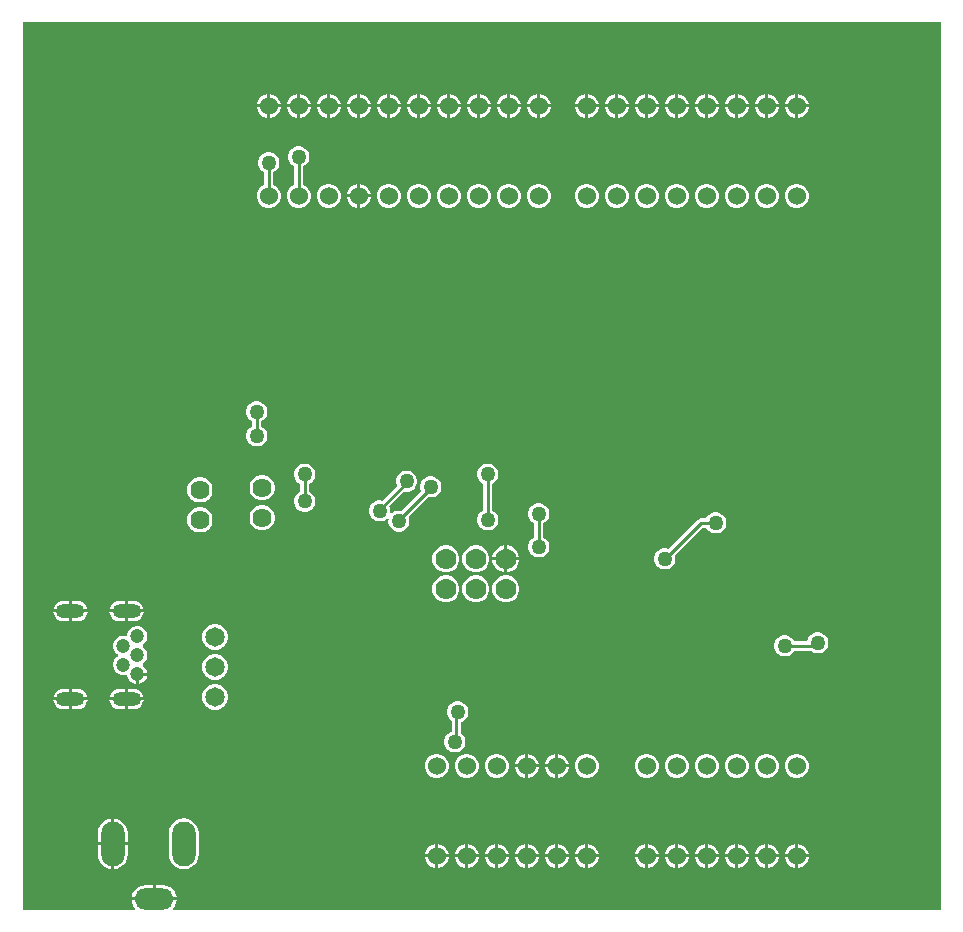
<source format=gbl>
G04*
G04 #@! TF.GenerationSoftware,Altium Limited,Altium Designer,23.9.2 (47)*
G04*
G04 Layer_Physical_Order=2*
G04 Layer_Color=16711680*
%FSLAX44Y44*%
%MOMM*%
G71*
G04*
G04 #@! TF.SameCoordinates,6B7264D5-F0A4-4F38-8353-537565517FE9*
G04*
G04*
G04 #@! TF.FilePolarity,Positive*
G04*
G01*
G75*
%ADD12C,0.2540*%
%ADD50C,1.7780*%
%ADD51C,1.5240*%
%ADD52C,1.6200*%
%ADD53C,1.6500*%
%ADD54O,2.4000X1.2000*%
%ADD55C,1.2000*%
%ADD56O,2.0000X3.8000*%
%ADD57O,3.3000X1.8000*%
%ADD58C,0.6350*%
%ADD59C,1.2700*%
G36*
X782221Y5179D02*
X132538D01*
X132179Y6449D01*
X133860Y8640D01*
X135023Y11447D01*
X135252Y13190D01*
X97308D01*
X97537Y11447D01*
X98700Y8640D01*
X100381Y6449D01*
X100022Y5179D01*
X5179D01*
Y756821D01*
X782221D01*
Y5179D01*
D02*
G37*
%LPC*%
G36*
X610938Y695960D02*
X610870D01*
Y687070D01*
X619760D01*
Y687138D01*
X619068Y689722D01*
X617730Y692038D01*
X615838Y693930D01*
X613522Y695268D01*
X610938Y695960D01*
D02*
G37*
G36*
X483938D02*
X483870D01*
Y687070D01*
X492760D01*
Y687138D01*
X492068Y689722D01*
X490730Y692038D01*
X488838Y693930D01*
X486522Y695268D01*
X483938Y695960D01*
D02*
G37*
G36*
X341698D02*
X341630D01*
Y687070D01*
X350520D01*
Y687138D01*
X349828Y689722D01*
X348490Y692038D01*
X346598Y693930D01*
X344282Y695268D01*
X341698Y695960D01*
D02*
G37*
G36*
X214698D02*
X214630D01*
Y687070D01*
X223520D01*
Y687138D01*
X222828Y689722D01*
X221490Y692038D01*
X219598Y693930D01*
X217282Y695268D01*
X214698Y695960D01*
D02*
G37*
G36*
X661738D02*
X661670D01*
Y687070D01*
X670560D01*
Y687138D01*
X669868Y689722D01*
X668530Y692038D01*
X666638Y693930D01*
X664322Y695268D01*
X661738Y695960D01*
D02*
G37*
G36*
X636338D02*
X636270D01*
Y687070D01*
X645160D01*
Y687138D01*
X644468Y689722D01*
X643130Y692038D01*
X641238Y693930D01*
X638922Y695268D01*
X636338Y695960D01*
D02*
G37*
G36*
X560138D02*
X560070D01*
Y687070D01*
X568960D01*
Y687138D01*
X568268Y689722D01*
X566930Y692038D01*
X565038Y693930D01*
X562722Y695268D01*
X560138Y695960D01*
D02*
G37*
G36*
X534738D02*
X534670D01*
Y687070D01*
X543560D01*
Y687138D01*
X542868Y689722D01*
X541530Y692038D01*
X539638Y693930D01*
X537322Y695268D01*
X534738Y695960D01*
D02*
G37*
G36*
X417898D02*
X417830D01*
Y687070D01*
X426720D01*
Y687138D01*
X426028Y689722D01*
X424690Y692038D01*
X422798Y693930D01*
X420482Y695268D01*
X417898Y695960D01*
D02*
G37*
G36*
X392498D02*
X392430D01*
Y687070D01*
X401320D01*
Y687138D01*
X400628Y689722D01*
X399290Y692038D01*
X397398Y693930D01*
X395082Y695268D01*
X392498Y695960D01*
D02*
G37*
G36*
X316298D02*
X316230D01*
Y687070D01*
X325120D01*
Y687138D01*
X324428Y689722D01*
X323090Y692038D01*
X321198Y693930D01*
X318882Y695268D01*
X316298Y695960D01*
D02*
G37*
G36*
X290898D02*
X290830D01*
Y687070D01*
X299720D01*
Y687138D01*
X299028Y689722D01*
X297690Y692038D01*
X295798Y693930D01*
X293482Y695268D01*
X290898Y695960D01*
D02*
G37*
G36*
X265498D02*
X265430D01*
Y687070D01*
X274320D01*
Y687138D01*
X273628Y689722D01*
X272290Y692038D01*
X270398Y693930D01*
X268082Y695268D01*
X265498Y695960D01*
D02*
G37*
G36*
X585538D02*
X585470D01*
Y687070D01*
X594360D01*
Y687138D01*
X593668Y689722D01*
X592330Y692038D01*
X590438Y693930D01*
X588122Y695268D01*
X585538Y695960D01*
D02*
G37*
G36*
X509338D02*
X509270D01*
Y687070D01*
X518160D01*
Y687138D01*
X517468Y689722D01*
X516130Y692038D01*
X514238Y693930D01*
X511922Y695268D01*
X509338Y695960D01*
D02*
G37*
G36*
X443298D02*
X443230D01*
Y687070D01*
X452120D01*
Y687138D01*
X451428Y689722D01*
X450090Y692038D01*
X448198Y693930D01*
X445882Y695268D01*
X443298Y695960D01*
D02*
G37*
G36*
X367098D02*
X367030D01*
Y687070D01*
X375920D01*
Y687138D01*
X375228Y689722D01*
X373890Y692038D01*
X371998Y693930D01*
X369682Y695268D01*
X367098Y695960D01*
D02*
G37*
G36*
X240098D02*
X240030D01*
Y687070D01*
X248920D01*
Y687138D01*
X248228Y689722D01*
X246890Y692038D01*
X244998Y693930D01*
X242682Y695268D01*
X240098Y695960D01*
D02*
G37*
G36*
X608330D02*
X608262D01*
X605678Y695268D01*
X603362Y693930D01*
X601470Y692038D01*
X600132Y689722D01*
X599440Y687138D01*
Y687070D01*
X608330D01*
Y695960D01*
D02*
G37*
G36*
X481330D02*
X481262D01*
X478678Y695268D01*
X476362Y693930D01*
X474470Y692038D01*
X473132Y689722D01*
X472440Y687138D01*
Y687070D01*
X481330D01*
Y695960D01*
D02*
G37*
G36*
X339090D02*
X339022D01*
X336438Y695268D01*
X334122Y693930D01*
X332230Y692038D01*
X330892Y689722D01*
X330200Y687138D01*
Y687070D01*
X339090D01*
Y695960D01*
D02*
G37*
G36*
X212090D02*
X212022D01*
X209438Y695268D01*
X207122Y693930D01*
X205230Y692038D01*
X203892Y689722D01*
X203200Y687138D01*
Y687070D01*
X212090D01*
Y695960D01*
D02*
G37*
G36*
X659130D02*
X659062D01*
X656478Y695268D01*
X654162Y693930D01*
X652270Y692038D01*
X650932Y689722D01*
X650240Y687138D01*
Y687070D01*
X659130D01*
Y695960D01*
D02*
G37*
G36*
X633730D02*
X633662D01*
X631078Y695268D01*
X628762Y693930D01*
X626870Y692038D01*
X625532Y689722D01*
X624840Y687138D01*
Y687070D01*
X633730D01*
Y695960D01*
D02*
G37*
G36*
X532130D02*
X532062D01*
X529478Y695268D01*
X527162Y693930D01*
X525270Y692038D01*
X523932Y689722D01*
X523240Y687138D01*
Y687070D01*
X532130D01*
Y695960D01*
D02*
G37*
G36*
X415290D02*
X415222D01*
X412638Y695268D01*
X410322Y693930D01*
X408430Y692038D01*
X407092Y689722D01*
X406400Y687138D01*
Y687070D01*
X415290D01*
Y695960D01*
D02*
G37*
G36*
X389890D02*
X389822D01*
X387238Y695268D01*
X384922Y693930D01*
X383030Y692038D01*
X381692Y689722D01*
X381000Y687138D01*
Y687070D01*
X389890D01*
Y695960D01*
D02*
G37*
G36*
X288290D02*
X288222D01*
X285638Y695268D01*
X283322Y693930D01*
X281430Y692038D01*
X280092Y689722D01*
X279400Y687138D01*
Y687070D01*
X288290D01*
Y695960D01*
D02*
G37*
G36*
X262890D02*
X262822D01*
X260238Y695268D01*
X257922Y693930D01*
X256030Y692038D01*
X254692Y689722D01*
X254000Y687138D01*
Y687070D01*
X262890D01*
Y695960D01*
D02*
G37*
G36*
X557530D02*
X557462D01*
X554878Y695268D01*
X552562Y693930D01*
X550670Y692038D01*
X549332Y689722D01*
X548640Y687138D01*
Y687070D01*
X557530D01*
Y695960D01*
D02*
G37*
G36*
X313690D02*
X313622D01*
X311038Y695268D01*
X308722Y693930D01*
X306830Y692038D01*
X305492Y689722D01*
X304800Y687138D01*
Y687070D01*
X313690D01*
Y695960D01*
D02*
G37*
G36*
X582930D02*
X582862D01*
X580278Y695268D01*
X577962Y693930D01*
X576070Y692038D01*
X574732Y689722D01*
X574040Y687138D01*
Y687070D01*
X582930D01*
Y695960D01*
D02*
G37*
G36*
X440690D02*
X440622D01*
X438038Y695268D01*
X435722Y693930D01*
X433830Y692038D01*
X432492Y689722D01*
X431800Y687138D01*
Y687070D01*
X440690D01*
Y695960D01*
D02*
G37*
G36*
X237490D02*
X237422D01*
X234838Y695268D01*
X232522Y693930D01*
X230630Y692038D01*
X229292Y689722D01*
X228600Y687138D01*
Y687070D01*
X237490D01*
Y695960D01*
D02*
G37*
G36*
X506730D02*
X506662D01*
X504078Y695268D01*
X501762Y693930D01*
X499870Y692038D01*
X498532Y689722D01*
X497840Y687138D01*
Y687070D01*
X506730D01*
Y695960D01*
D02*
G37*
G36*
X364490D02*
X364422D01*
X361838Y695268D01*
X359522Y693930D01*
X357630Y692038D01*
X356292Y689722D01*
X355600Y687138D01*
Y687070D01*
X364490D01*
Y695960D01*
D02*
G37*
G36*
X609600Y685800D02*
D01*
D01*
D01*
D01*
D02*
G37*
G36*
X670560Y684530D02*
X661670D01*
Y675640D01*
X661738D01*
X664322Y676332D01*
X666638Y677670D01*
X668530Y679562D01*
X669868Y681878D01*
X670560Y684462D01*
Y684530D01*
D02*
G37*
G36*
X659130D02*
X650240D01*
Y684462D01*
X650932Y681878D01*
X652270Y679562D01*
X654162Y677670D01*
X656478Y676332D01*
X659062Y675640D01*
X659130D01*
Y684530D01*
D02*
G37*
G36*
X645160D02*
X636270D01*
Y675640D01*
X636338D01*
X638922Y676332D01*
X641238Y677670D01*
X643130Y679562D01*
X644468Y681878D01*
X645160Y684462D01*
Y684530D01*
D02*
G37*
G36*
X633730D02*
X624840D01*
Y684462D01*
X625532Y681878D01*
X626870Y679562D01*
X628762Y677670D01*
X631078Y676332D01*
X633662Y675640D01*
X633730D01*
Y684530D01*
D02*
G37*
G36*
X619760D02*
X610870D01*
Y675640D01*
X610938D01*
X613522Y676332D01*
X615838Y677670D01*
X617730Y679562D01*
X619068Y681878D01*
X619760Y684462D01*
Y684530D01*
D02*
G37*
G36*
X608330D02*
X599440D01*
Y684462D01*
X600132Y681878D01*
X601470Y679562D01*
X603362Y677670D01*
X605678Y676332D01*
X608262Y675640D01*
X608330D01*
Y684530D01*
D02*
G37*
G36*
X594360D02*
X585470D01*
Y675640D01*
X585538D01*
X588122Y676332D01*
X590438Y677670D01*
X592330Y679562D01*
X593668Y681878D01*
X594360Y684462D01*
Y684530D01*
D02*
G37*
G36*
X582930D02*
X574040D01*
Y684462D01*
X574732Y681878D01*
X576070Y679562D01*
X577962Y677670D01*
X580278Y676332D01*
X582862Y675640D01*
X582930D01*
Y684530D01*
D02*
G37*
G36*
X568960D02*
X560070D01*
Y675640D01*
X560138D01*
X562722Y676332D01*
X565038Y677670D01*
X566930Y679562D01*
X568268Y681878D01*
X568960Y684462D01*
Y684530D01*
D02*
G37*
G36*
X557530D02*
X548640D01*
Y684462D01*
X549332Y681878D01*
X550670Y679562D01*
X552562Y677670D01*
X554878Y676332D01*
X557462Y675640D01*
X557530D01*
Y684530D01*
D02*
G37*
G36*
X543560D02*
X534670D01*
Y675640D01*
X534738D01*
X537322Y676332D01*
X539638Y677670D01*
X541530Y679562D01*
X542868Y681878D01*
X543560Y684462D01*
Y684530D01*
D02*
G37*
G36*
X532130D02*
X523240D01*
Y684462D01*
X523932Y681878D01*
X525270Y679562D01*
X527162Y677670D01*
X529478Y676332D01*
X532062Y675640D01*
X532130D01*
Y684530D01*
D02*
G37*
G36*
X518160D02*
X509270D01*
Y675640D01*
X509338D01*
X511922Y676332D01*
X514238Y677670D01*
X516130Y679562D01*
X517468Y681878D01*
X518160Y684462D01*
Y684530D01*
D02*
G37*
G36*
X506730D02*
X497840D01*
Y684462D01*
X498532Y681878D01*
X499870Y679562D01*
X501762Y677670D01*
X504078Y676332D01*
X506662Y675640D01*
X506730D01*
Y684530D01*
D02*
G37*
G36*
X492760D02*
X483870D01*
Y675640D01*
X483938D01*
X486522Y676332D01*
X488838Y677670D01*
X490730Y679562D01*
X492068Y681878D01*
X492760Y684462D01*
Y684530D01*
D02*
G37*
G36*
X481330D02*
X472440D01*
Y684462D01*
X473132Y681878D01*
X474470Y679562D01*
X476362Y677670D01*
X478678Y676332D01*
X481262Y675640D01*
X481330D01*
Y684530D01*
D02*
G37*
G36*
X452120D02*
X443230D01*
Y675640D01*
X443298D01*
X445882Y676332D01*
X448198Y677670D01*
X450090Y679562D01*
X451428Y681878D01*
X452120Y684462D01*
Y684530D01*
D02*
G37*
G36*
X440690D02*
X431800D01*
Y684462D01*
X432492Y681878D01*
X433830Y679562D01*
X435722Y677670D01*
X438038Y676332D01*
X440622Y675640D01*
X440690D01*
Y684530D01*
D02*
G37*
G36*
X426720D02*
X417830D01*
Y675640D01*
X417898D01*
X420482Y676332D01*
X422798Y677670D01*
X424690Y679562D01*
X426028Y681878D01*
X426720Y684462D01*
Y684530D01*
D02*
G37*
G36*
X415290D02*
X406400D01*
Y684462D01*
X407092Y681878D01*
X408430Y679562D01*
X410322Y677670D01*
X412638Y676332D01*
X415222Y675640D01*
X415290D01*
Y684530D01*
D02*
G37*
G36*
X401320D02*
X392430D01*
Y675640D01*
X392498D01*
X395082Y676332D01*
X397398Y677670D01*
X399290Y679562D01*
X400628Y681878D01*
X401320Y684462D01*
Y684530D01*
D02*
G37*
G36*
X389890D02*
X381000D01*
Y684462D01*
X381692Y681878D01*
X383030Y679562D01*
X384922Y677670D01*
X387238Y676332D01*
X389822Y675640D01*
X389890D01*
Y684530D01*
D02*
G37*
G36*
X375920D02*
X367030D01*
Y675640D01*
X367098D01*
X369682Y676332D01*
X371998Y677670D01*
X373890Y679562D01*
X375228Y681878D01*
X375920Y684462D01*
Y684530D01*
D02*
G37*
G36*
X364490D02*
X355600D01*
Y684462D01*
X356292Y681878D01*
X357630Y679562D01*
X359522Y677670D01*
X361838Y676332D01*
X364422Y675640D01*
X364490D01*
Y684530D01*
D02*
G37*
G36*
X350520D02*
X341630D01*
Y675640D01*
X341698D01*
X344282Y676332D01*
X346598Y677670D01*
X348490Y679562D01*
X349828Y681878D01*
X350520Y684462D01*
Y684530D01*
D02*
G37*
G36*
X339090D02*
X330200D01*
Y684462D01*
X330892Y681878D01*
X332230Y679562D01*
X334122Y677670D01*
X336438Y676332D01*
X339022Y675640D01*
X339090D01*
Y684530D01*
D02*
G37*
G36*
X325120D02*
X316230D01*
Y675640D01*
X316298D01*
X318882Y676332D01*
X321198Y677670D01*
X323090Y679562D01*
X324428Y681878D01*
X325120Y684462D01*
Y684530D01*
D02*
G37*
G36*
X313690D02*
X304800D01*
Y684462D01*
X305492Y681878D01*
X306830Y679562D01*
X308722Y677670D01*
X311038Y676332D01*
X313622Y675640D01*
X313690D01*
Y684530D01*
D02*
G37*
G36*
X299720D02*
X290830D01*
Y675640D01*
X290898D01*
X293482Y676332D01*
X295798Y677670D01*
X297690Y679562D01*
X299028Y681878D01*
X299720Y684462D01*
Y684530D01*
D02*
G37*
G36*
X288290D02*
X279400D01*
Y684462D01*
X280092Y681878D01*
X281430Y679562D01*
X283322Y677670D01*
X285638Y676332D01*
X288222Y675640D01*
X288290D01*
Y684530D01*
D02*
G37*
G36*
X274320D02*
X265430D01*
Y675640D01*
X265498D01*
X268082Y676332D01*
X270398Y677670D01*
X272290Y679562D01*
X273628Y681878D01*
X274320Y684462D01*
Y684530D01*
D02*
G37*
G36*
X262890D02*
X254000D01*
Y684462D01*
X254692Y681878D01*
X256030Y679562D01*
X257922Y677670D01*
X260238Y676332D01*
X262822Y675640D01*
X262890D01*
Y684530D01*
D02*
G37*
G36*
X248920D02*
X240030D01*
Y675640D01*
X240098D01*
X242682Y676332D01*
X244998Y677670D01*
X246890Y679562D01*
X248228Y681878D01*
X248920Y684462D01*
Y684530D01*
D02*
G37*
G36*
X237490D02*
X228600D01*
Y684462D01*
X229292Y681878D01*
X230630Y679562D01*
X232522Y677670D01*
X234838Y676332D01*
X237422Y675640D01*
X237490D01*
Y684530D01*
D02*
G37*
G36*
X223520D02*
X214630D01*
Y675640D01*
X214698D01*
X217282Y676332D01*
X219598Y677670D01*
X221490Y679562D01*
X222828Y681878D01*
X223520Y684462D01*
Y684530D01*
D02*
G37*
G36*
X212090D02*
X203200D01*
Y684462D01*
X203892Y681878D01*
X205230Y679562D01*
X207122Y677670D01*
X209438Y676332D01*
X212022Y675640D01*
X212090D01*
Y684530D01*
D02*
G37*
G36*
X290898Y619760D02*
X290830D01*
Y610870D01*
X299720D01*
Y610938D01*
X299028Y613522D01*
X297690Y615838D01*
X295798Y617730D01*
X293482Y619068D01*
X290898Y619760D01*
D02*
G37*
G36*
X288290D02*
X288222D01*
X285638Y619068D01*
X283322Y617730D01*
X281430Y615838D01*
X280092Y613522D01*
X279400Y610938D01*
Y610870D01*
X288290D01*
Y619760D01*
D02*
G37*
G36*
X661738D02*
X659062D01*
X656478Y619068D01*
X654162Y617730D01*
X652270Y615838D01*
X650932Y613522D01*
X650240Y610938D01*
Y608262D01*
X650932Y605678D01*
X652270Y603362D01*
X654162Y601470D01*
X656478Y600132D01*
X659062Y599440D01*
X661738D01*
X664322Y600132D01*
X666638Y601470D01*
X668530Y603362D01*
X669868Y605678D01*
X670560Y608262D01*
Y610938D01*
X669868Y613522D01*
X668530Y615838D01*
X666638Y617730D01*
X664322Y619068D01*
X661738Y619760D01*
D02*
G37*
G36*
X636338D02*
X633662D01*
X631078Y619068D01*
X628762Y617730D01*
X626870Y615838D01*
X625532Y613522D01*
X624840Y610938D01*
Y608262D01*
X625532Y605678D01*
X626870Y603362D01*
X628762Y601470D01*
X631078Y600132D01*
X633662Y599440D01*
X636338D01*
X638922Y600132D01*
X641238Y601470D01*
X643130Y603362D01*
X644468Y605678D01*
X645160Y608262D01*
Y610938D01*
X644468Y613522D01*
X643130Y615838D01*
X641238Y617730D01*
X638922Y619068D01*
X636338Y619760D01*
D02*
G37*
G36*
X610938D02*
X608262D01*
X605678Y619068D01*
X603362Y617730D01*
X601470Y615838D01*
X600132Y613522D01*
X599440Y610938D01*
Y608262D01*
X600132Y605678D01*
X601470Y603362D01*
X603362Y601470D01*
X605678Y600132D01*
X608262Y599440D01*
X610938D01*
X613522Y600132D01*
X615838Y601470D01*
X617730Y603362D01*
X619068Y605678D01*
X619760Y608262D01*
Y610938D01*
X619068Y613522D01*
X617730Y615838D01*
X615838Y617730D01*
X613522Y619068D01*
X610938Y619760D01*
D02*
G37*
G36*
X585538D02*
X582862D01*
X580278Y619068D01*
X577962Y617730D01*
X576070Y615838D01*
X574732Y613522D01*
X574040Y610938D01*
Y608262D01*
X574732Y605678D01*
X576070Y603362D01*
X577962Y601470D01*
X580278Y600132D01*
X582862Y599440D01*
X585538D01*
X588122Y600132D01*
X590438Y601470D01*
X592330Y603362D01*
X593668Y605678D01*
X594360Y608262D01*
Y610938D01*
X593668Y613522D01*
X592330Y615838D01*
X590438Y617730D01*
X588122Y619068D01*
X585538Y619760D01*
D02*
G37*
G36*
X560138D02*
X557462D01*
X554878Y619068D01*
X552562Y617730D01*
X550670Y615838D01*
X549332Y613522D01*
X548640Y610938D01*
Y608262D01*
X549332Y605678D01*
X550670Y603362D01*
X552562Y601470D01*
X554878Y600132D01*
X557462Y599440D01*
X560138D01*
X562722Y600132D01*
X565038Y601470D01*
X566930Y603362D01*
X568268Y605678D01*
X568960Y608262D01*
Y610938D01*
X568268Y613522D01*
X566930Y615838D01*
X565038Y617730D01*
X562722Y619068D01*
X560138Y619760D01*
D02*
G37*
G36*
X534738D02*
X532062D01*
X529478Y619068D01*
X527162Y617730D01*
X525270Y615838D01*
X523932Y613522D01*
X523240Y610938D01*
Y608262D01*
X523932Y605678D01*
X525270Y603362D01*
X527162Y601470D01*
X529478Y600132D01*
X532062Y599440D01*
X534738D01*
X537322Y600132D01*
X539638Y601470D01*
X541530Y603362D01*
X542868Y605678D01*
X543560Y608262D01*
Y610938D01*
X542868Y613522D01*
X541530Y615838D01*
X539638Y617730D01*
X537322Y619068D01*
X534738Y619760D01*
D02*
G37*
G36*
X509338D02*
X506662D01*
X504078Y619068D01*
X501762Y617730D01*
X499870Y615838D01*
X498532Y613522D01*
X497840Y610938D01*
Y608262D01*
X498532Y605678D01*
X499870Y603362D01*
X501762Y601470D01*
X504078Y600132D01*
X506662Y599440D01*
X509338D01*
X511922Y600132D01*
X514238Y601470D01*
X516130Y603362D01*
X517468Y605678D01*
X518160Y608262D01*
Y610938D01*
X517468Y613522D01*
X516130Y615838D01*
X514238Y617730D01*
X511922Y619068D01*
X509338Y619760D01*
D02*
G37*
G36*
X483938D02*
X481262D01*
X478678Y619068D01*
X476362Y617730D01*
X474470Y615838D01*
X473132Y613522D01*
X472440Y610938D01*
Y608262D01*
X473132Y605678D01*
X474470Y603362D01*
X476362Y601470D01*
X478678Y600132D01*
X481262Y599440D01*
X483938D01*
X486522Y600132D01*
X488838Y601470D01*
X490730Y603362D01*
X492068Y605678D01*
X492760Y608262D01*
Y610938D01*
X492068Y613522D01*
X490730Y615838D01*
X488838Y617730D01*
X486522Y619068D01*
X483938Y619760D01*
D02*
G37*
G36*
X443298D02*
X440622D01*
X438038Y619068D01*
X435722Y617730D01*
X433830Y615838D01*
X432492Y613522D01*
X431800Y610938D01*
Y608262D01*
X432492Y605678D01*
X433830Y603362D01*
X435722Y601470D01*
X438038Y600132D01*
X440622Y599440D01*
X443298D01*
X445882Y600132D01*
X448198Y601470D01*
X450090Y603362D01*
X451428Y605678D01*
X452120Y608262D01*
Y610938D01*
X451428Y613522D01*
X450090Y615838D01*
X448198Y617730D01*
X445882Y619068D01*
X443298Y619760D01*
D02*
G37*
G36*
X417898D02*
X415222D01*
X412638Y619068D01*
X410322Y617730D01*
X408430Y615838D01*
X407092Y613522D01*
X406400Y610938D01*
Y608262D01*
X407092Y605678D01*
X408430Y603362D01*
X410322Y601470D01*
X412638Y600132D01*
X415222Y599440D01*
X417898D01*
X420482Y600132D01*
X422798Y601470D01*
X424690Y603362D01*
X426028Y605678D01*
X426720Y608262D01*
Y610938D01*
X426028Y613522D01*
X424690Y615838D01*
X422798Y617730D01*
X420482Y619068D01*
X417898Y619760D01*
D02*
G37*
G36*
X392498D02*
X389822D01*
X387238Y619068D01*
X384922Y617730D01*
X383030Y615838D01*
X381692Y613522D01*
X381000Y610938D01*
Y608262D01*
X381692Y605678D01*
X383030Y603362D01*
X384922Y601470D01*
X387238Y600132D01*
X389822Y599440D01*
X392498D01*
X395082Y600132D01*
X397398Y601470D01*
X399290Y603362D01*
X400628Y605678D01*
X401320Y608262D01*
Y610938D01*
X400628Y613522D01*
X399290Y615838D01*
X397398Y617730D01*
X395082Y619068D01*
X392498Y619760D01*
D02*
G37*
G36*
X367098D02*
X364422D01*
X361838Y619068D01*
X359522Y617730D01*
X357630Y615838D01*
X356292Y613522D01*
X355600Y610938D01*
Y608262D01*
X356292Y605678D01*
X357630Y603362D01*
X359522Y601470D01*
X361838Y600132D01*
X364422Y599440D01*
X367098D01*
X369682Y600132D01*
X371998Y601470D01*
X373890Y603362D01*
X375228Y605678D01*
X375920Y608262D01*
Y610938D01*
X375228Y613522D01*
X373890Y615838D01*
X371998Y617730D01*
X369682Y619068D01*
X367098Y619760D01*
D02*
G37*
G36*
X341698D02*
X339022D01*
X336438Y619068D01*
X334122Y617730D01*
X332230Y615838D01*
X330892Y613522D01*
X330200Y610938D01*
Y608262D01*
X330892Y605678D01*
X332230Y603362D01*
X334122Y601470D01*
X336438Y600132D01*
X339022Y599440D01*
X341698D01*
X344282Y600132D01*
X346598Y601470D01*
X348490Y603362D01*
X349828Y605678D01*
X350520Y608262D01*
Y610938D01*
X349828Y613522D01*
X348490Y615838D01*
X346598Y617730D01*
X344282Y619068D01*
X341698Y619760D01*
D02*
G37*
G36*
X316298D02*
X313622D01*
X311038Y619068D01*
X308722Y617730D01*
X306830Y615838D01*
X305492Y613522D01*
X304800Y610938D01*
Y608262D01*
X305492Y605678D01*
X306830Y603362D01*
X308722Y601470D01*
X311038Y600132D01*
X313622Y599440D01*
X316298D01*
X318882Y600132D01*
X321198Y601470D01*
X323090Y603362D01*
X324428Y605678D01*
X325120Y608262D01*
Y610938D01*
X324428Y613522D01*
X323090Y615838D01*
X321198Y617730D01*
X318882Y619068D01*
X316298Y619760D01*
D02*
G37*
G36*
X299720Y608330D02*
X290830D01*
Y599440D01*
X290898D01*
X293482Y600132D01*
X295798Y601470D01*
X297690Y603362D01*
X299028Y605678D01*
X299720Y608262D01*
Y608330D01*
D02*
G37*
G36*
X288290D02*
X279400D01*
Y608262D01*
X280092Y605678D01*
X281430Y603362D01*
X283322Y601470D01*
X285638Y600132D01*
X288222Y599440D01*
X288290D01*
Y608330D01*
D02*
G37*
G36*
X265498Y619760D02*
X262822D01*
X260238Y619068D01*
X257922Y617730D01*
X256030Y615838D01*
X254692Y613522D01*
X254000Y610938D01*
Y608262D01*
X254692Y605678D01*
X256030Y603362D01*
X257922Y601470D01*
X260238Y600132D01*
X262822Y599440D01*
X265498D01*
X268082Y600132D01*
X270398Y601470D01*
X272290Y603362D01*
X273628Y605678D01*
X274320Y608262D01*
Y610938D01*
X273628Y613522D01*
X272290Y615838D01*
X270398Y617730D01*
X268082Y619068D01*
X265498Y619760D01*
D02*
G37*
G36*
X239930Y651510D02*
X237590D01*
X235329Y650904D01*
X233301Y649734D01*
X231646Y648079D01*
X230476Y646051D01*
X229870Y643790D01*
Y641450D01*
X230476Y639189D01*
X231646Y637161D01*
X233301Y635506D01*
X234875Y634598D01*
Y619077D01*
X234838Y619068D01*
X232522Y617730D01*
X230630Y615838D01*
X229292Y613522D01*
X228600Y610938D01*
Y608262D01*
X229292Y605678D01*
X230630Y603362D01*
X232522Y601470D01*
X234838Y600132D01*
X237422Y599440D01*
X240098D01*
X242682Y600132D01*
X244998Y601470D01*
X246890Y603362D01*
X248228Y605678D01*
X248920Y608262D01*
Y610938D01*
X248228Y613522D01*
X246890Y615838D01*
X244998Y617730D01*
X242682Y619068D01*
X242645Y619077D01*
Y634598D01*
X244219Y635506D01*
X245874Y637161D01*
X247044Y639189D01*
X247650Y641450D01*
Y643790D01*
X247044Y646051D01*
X245874Y648079D01*
X244219Y649734D01*
X242191Y650904D01*
X239930Y651510D01*
D02*
G37*
G36*
X214530Y646500D02*
X212190D01*
X209929Y645894D01*
X207901Y644724D01*
X206246Y643069D01*
X205076Y641041D01*
X204470Y638780D01*
Y636440D01*
X205076Y634179D01*
X206246Y632151D01*
X207901Y630496D01*
X209475Y629588D01*
Y619077D01*
X209438Y619068D01*
X207122Y617730D01*
X205230Y615838D01*
X203892Y613522D01*
X203200Y610938D01*
Y608262D01*
X203892Y605678D01*
X205230Y603362D01*
X207122Y601470D01*
X209438Y600132D01*
X212022Y599440D01*
X214698D01*
X217282Y600132D01*
X219598Y601470D01*
X221490Y603362D01*
X222828Y605678D01*
X223520Y608262D01*
Y610938D01*
X222828Y613522D01*
X221490Y615838D01*
X219598Y617730D01*
X217282Y619068D01*
X217245Y619077D01*
Y629588D01*
X218819Y630496D01*
X220474Y632151D01*
X221644Y634179D01*
X222250Y636440D01*
Y638780D01*
X221644Y641041D01*
X220474Y643069D01*
X218819Y644724D01*
X216791Y645894D01*
X214530Y646500D01*
D02*
G37*
G36*
X204370Y435610D02*
X202030D01*
X199769Y435004D01*
X197741Y433834D01*
X196086Y432179D01*
X194916Y430151D01*
X194310Y427890D01*
Y425550D01*
X194916Y423289D01*
X196086Y421261D01*
X197741Y419606D01*
X199315Y418698D01*
Y414422D01*
X197741Y413514D01*
X196086Y411859D01*
X194916Y409831D01*
X194310Y407570D01*
Y405230D01*
X194916Y402969D01*
X196086Y400941D01*
X197741Y399286D01*
X199769Y398116D01*
X202030Y397510D01*
X204370D01*
X206631Y398116D01*
X208659Y399286D01*
X210314Y400941D01*
X211484Y402969D01*
X212090Y405230D01*
Y407570D01*
X211484Y409831D01*
X210314Y411859D01*
X208659Y413514D01*
X207085Y414422D01*
Y418698D01*
X208659Y419606D01*
X210314Y421261D01*
X211484Y423289D01*
X212090Y425550D01*
Y427890D01*
X211484Y430151D01*
X210314Y432179D01*
X208659Y433834D01*
X206631Y435004D01*
X204370Y435610D01*
D02*
G37*
G36*
X331152Y376972D02*
X328812D01*
X326551Y376366D01*
X324524Y375196D01*
X322868Y373541D01*
X321698Y371513D01*
X321092Y369253D01*
Y366912D01*
X321698Y364651D01*
X321928Y364252D01*
X309264Y351588D01*
X308510Y351790D01*
X306170D01*
X303909Y351184D01*
X301881Y350014D01*
X300226Y348359D01*
X299056Y346331D01*
X298450Y344070D01*
Y341730D01*
X299056Y339469D01*
X300226Y337441D01*
X301881Y335786D01*
X303909Y334616D01*
X306170Y334010D01*
X308510D01*
X310771Y334616D01*
X312799Y335786D01*
X313578Y336566D01*
X314717Y335909D01*
X314615Y335526D01*
Y333185D01*
X315220Y330924D01*
X316391Y328897D01*
X318046Y327242D01*
X320073Y326071D01*
X322334Y325466D01*
X324675D01*
X326936Y326071D01*
X328963Y327242D01*
X330618Y328897D01*
X331789Y330924D01*
X332394Y333185D01*
Y335526D01*
X331789Y337787D01*
X331685Y337967D01*
X348323Y354605D01*
X349350Y354330D01*
X351690D01*
X353951Y354936D01*
X355979Y356106D01*
X357634Y357761D01*
X358804Y359789D01*
X359410Y362050D01*
Y364390D01*
X358804Y366651D01*
X357634Y368679D01*
X355979Y370334D01*
X353951Y371504D01*
X351690Y372110D01*
X349350D01*
X347089Y371504D01*
X345061Y370334D01*
X343406Y368679D01*
X342236Y366651D01*
X341630Y364390D01*
Y362050D01*
X342236Y359789D01*
X342340Y359609D01*
X325701Y342971D01*
X324675Y343246D01*
X322334D01*
X320073Y342640D01*
X318046Y341469D01*
X317266Y340690D01*
X316127Y341347D01*
X316230Y341730D01*
Y344070D01*
X315624Y346331D01*
X315394Y346730D01*
X328058Y359394D01*
X328812Y359192D01*
X331152D01*
X333414Y359798D01*
X335441Y360968D01*
X337096Y362623D01*
X338266Y364651D01*
X338872Y366912D01*
Y369253D01*
X338266Y371513D01*
X337096Y373541D01*
X335441Y375196D01*
X333414Y376366D01*
X331152Y376972D01*
D02*
G37*
G36*
X209046Y373225D02*
X206244D01*
X203538Y372500D01*
X201112Y371099D01*
X199131Y369118D01*
X197730Y366692D01*
X197005Y363986D01*
Y361184D01*
X197730Y358478D01*
X199131Y356052D01*
X201112Y354071D01*
X203538Y352670D01*
X206244Y351945D01*
X209046D01*
X211752Y352670D01*
X214178Y354071D01*
X216159Y356052D01*
X217560Y358478D01*
X218285Y361184D01*
Y363986D01*
X217560Y366692D01*
X216159Y369118D01*
X214178Y371099D01*
X211752Y372500D01*
X209046Y373225D01*
D02*
G37*
G36*
X156341Y371320D02*
X153539D01*
X150833Y370595D01*
X148407Y369194D01*
X146426Y367213D01*
X145025Y364787D01*
X144300Y362081D01*
Y359279D01*
X145025Y356573D01*
X146426Y354147D01*
X148407Y352166D01*
X150833Y350765D01*
X153539Y350040D01*
X156341D01*
X159047Y350765D01*
X161473Y352166D01*
X163454Y354147D01*
X164855Y356573D01*
X165580Y359279D01*
Y362081D01*
X164855Y364787D01*
X163454Y367213D01*
X161473Y369194D01*
X159047Y370595D01*
X156341Y371320D01*
D02*
G37*
G36*
X245010Y382905D02*
X242670D01*
X240409Y382299D01*
X238381Y381129D01*
X236726Y379474D01*
X235556Y377446D01*
X234950Y375185D01*
Y372845D01*
X235556Y370584D01*
X236726Y368556D01*
X238381Y366901D01*
X239955Y365993D01*
Y359178D01*
X238381Y358269D01*
X236726Y356614D01*
X235556Y354586D01*
X234950Y352325D01*
Y349985D01*
X235556Y347724D01*
X236726Y345696D01*
X238381Y344041D01*
X240409Y342871D01*
X242670Y342265D01*
X245010D01*
X247271Y342871D01*
X249299Y344041D01*
X250954Y345696D01*
X252124Y347724D01*
X252730Y349985D01*
Y352325D01*
X252124Y354586D01*
X250954Y356614D01*
X249299Y358269D01*
X247725Y359178D01*
Y365993D01*
X249299Y366901D01*
X250954Y368556D01*
X252124Y370584D01*
X252730Y372845D01*
Y375185D01*
X252124Y377446D01*
X250954Y379474D01*
X249299Y381129D01*
X247271Y382299D01*
X245010Y382905D01*
D02*
G37*
G36*
X209046Y347825D02*
X206244D01*
X203538Y347100D01*
X201112Y345699D01*
X199131Y343718D01*
X197730Y341292D01*
X197005Y338586D01*
Y335784D01*
X197730Y333078D01*
X199131Y330652D01*
X201112Y328671D01*
X203538Y327270D01*
X206244Y326545D01*
X209046D01*
X211752Y327270D01*
X214178Y328671D01*
X216159Y330652D01*
X217560Y333078D01*
X218285Y335784D01*
Y338586D01*
X217560Y341292D01*
X216159Y343718D01*
X214178Y345699D01*
X211752Y347100D01*
X209046Y347825D01*
D02*
G37*
G36*
X399950Y383014D02*
X397610D01*
X395349Y382408D01*
X393321Y381238D01*
X391666Y379583D01*
X390496Y377555D01*
X389890Y375294D01*
Y372954D01*
X390496Y370693D01*
X391666Y368665D01*
X393321Y367010D01*
X394895Y366101D01*
Y343302D01*
X393321Y342394D01*
X391666Y340739D01*
X390496Y338711D01*
X389890Y336450D01*
Y334110D01*
X390496Y331849D01*
X391666Y329821D01*
X393321Y328166D01*
X395349Y326996D01*
X397610Y326390D01*
X399950D01*
X402211Y326996D01*
X404239Y328166D01*
X405894Y329821D01*
X407064Y331849D01*
X407670Y334110D01*
Y336450D01*
X407064Y338711D01*
X405894Y340739D01*
X404239Y342394D01*
X402665Y343302D01*
Y366101D01*
X404239Y367010D01*
X405894Y368665D01*
X407064Y370693D01*
X407670Y372954D01*
Y375294D01*
X407064Y377555D01*
X405894Y379583D01*
X404239Y381238D01*
X402211Y382408D01*
X399950Y383014D01*
D02*
G37*
G36*
X156341Y345920D02*
X153539D01*
X150833Y345195D01*
X148407Y343794D01*
X146426Y341813D01*
X145025Y339387D01*
X144300Y336681D01*
Y333879D01*
X145025Y331173D01*
X146426Y328747D01*
X148407Y326766D01*
X150833Y325365D01*
X153539Y324640D01*
X156341D01*
X159047Y325365D01*
X161473Y326766D01*
X163454Y328747D01*
X164855Y331173D01*
X165580Y333879D01*
Y336681D01*
X164855Y339387D01*
X163454Y341813D01*
X161473Y343794D01*
X159047Y345195D01*
X156341Y345920D01*
D02*
G37*
G36*
X592990Y341630D02*
X590650D01*
X588389Y341024D01*
X586361Y339854D01*
X584706Y338199D01*
X583797Y336625D01*
X579120D01*
X577633Y336329D01*
X576373Y335487D01*
X551566Y310680D01*
X549810Y311150D01*
X547470D01*
X545209Y310544D01*
X543181Y309374D01*
X541526Y307719D01*
X540356Y305691D01*
X539750Y303430D01*
Y301090D01*
X540356Y298829D01*
X541526Y296801D01*
X543181Y295146D01*
X545209Y293976D01*
X547470Y293370D01*
X549810D01*
X552071Y293976D01*
X554099Y295146D01*
X555754Y296801D01*
X556924Y298829D01*
X557530Y301090D01*
Y303430D01*
X557060Y305186D01*
X580729Y328855D01*
X583797D01*
X584706Y327281D01*
X586361Y325626D01*
X588389Y324456D01*
X590650Y323850D01*
X592990D01*
X595251Y324456D01*
X597279Y325626D01*
X598934Y327281D01*
X600104Y329309D01*
X600710Y331570D01*
Y333910D01*
X600104Y336171D01*
X598934Y338199D01*
X597279Y339854D01*
X595251Y341024D01*
X592990Y341630D01*
D02*
G37*
G36*
X415525Y313690D02*
X415290D01*
Y303530D01*
X425450D01*
Y303765D01*
X424671Y306672D01*
X423166Y309278D01*
X421038Y311406D01*
X418432Y312911D01*
X415525Y313690D01*
D02*
G37*
G36*
X443130Y349250D02*
X440790D01*
X438529Y348644D01*
X436501Y347474D01*
X434846Y345819D01*
X433676Y343791D01*
X433070Y341530D01*
Y339190D01*
X433676Y336929D01*
X434846Y334901D01*
X436501Y333246D01*
X438075Y332337D01*
Y320443D01*
X436501Y319534D01*
X434846Y317879D01*
X433676Y315851D01*
X433070Y313590D01*
Y311250D01*
X433676Y308989D01*
X434846Y306961D01*
X436501Y305306D01*
X438529Y304136D01*
X440790Y303530D01*
X443130D01*
X445391Y304136D01*
X447419Y305306D01*
X449074Y306961D01*
X450244Y308989D01*
X450850Y311250D01*
Y313590D01*
X450244Y315851D01*
X449074Y317879D01*
X447419Y319534D01*
X445845Y320443D01*
Y332337D01*
X447419Y333246D01*
X449074Y334901D01*
X450244Y336929D01*
X450850Y339190D01*
Y341530D01*
X450244Y343791D01*
X449074Y345819D01*
X447419Y347474D01*
X445391Y348644D01*
X443130Y349250D01*
D02*
G37*
G36*
X412750Y313690D02*
X412515D01*
X409608Y312911D01*
X407002Y311406D01*
X404874Y309278D01*
X403369Y306672D01*
X402590Y303765D01*
Y303530D01*
X412750D01*
Y313690D01*
D02*
G37*
G36*
X425450Y300990D02*
X415290D01*
Y290830D01*
X415525D01*
X418432Y291609D01*
X421038Y293114D01*
X423166Y295242D01*
X424671Y297848D01*
X425450Y300755D01*
Y300990D01*
D02*
G37*
G36*
X412750D02*
X402590D01*
Y300755D01*
X403369Y297848D01*
X404874Y295242D01*
X407002Y293114D01*
X409608Y291609D01*
X412515Y290830D01*
X412750D01*
Y300990D01*
D02*
G37*
G36*
X390125Y313690D02*
X387115D01*
X384208Y312911D01*
X381602Y311406D01*
X379474Y309278D01*
X377969Y306672D01*
X377190Y303765D01*
Y300755D01*
X377969Y297848D01*
X379474Y295242D01*
X381602Y293114D01*
X384208Y291609D01*
X387115Y290830D01*
X390125D01*
X393032Y291609D01*
X395638Y293114D01*
X397766Y295242D01*
X399271Y297848D01*
X400050Y300755D01*
Y303765D01*
X399271Y306672D01*
X397766Y309278D01*
X395638Y311406D01*
X393032Y312911D01*
X390125Y313690D01*
D02*
G37*
G36*
X364725D02*
X361715D01*
X358808Y312911D01*
X356202Y311406D01*
X354074Y309278D01*
X352569Y306672D01*
X351790Y303765D01*
Y300755D01*
X352569Y297848D01*
X354074Y295242D01*
X356202Y293114D01*
X358808Y291609D01*
X361715Y290830D01*
X364725D01*
X367632Y291609D01*
X370238Y293114D01*
X372366Y295242D01*
X373871Y297848D01*
X374650Y300755D01*
Y303765D01*
X373871Y306672D01*
X372366Y309278D01*
X370238Y311406D01*
X367632Y312911D01*
X364725Y313690D01*
D02*
G37*
G36*
X415525Y288290D02*
X412515D01*
X409608Y287511D01*
X407002Y286006D01*
X404874Y283878D01*
X403369Y281272D01*
X402590Y278365D01*
Y275355D01*
X403369Y272448D01*
X404874Y269842D01*
X407002Y267714D01*
X409608Y266209D01*
X412515Y265430D01*
X415525D01*
X418432Y266209D01*
X421038Y267714D01*
X423166Y269842D01*
X424671Y272448D01*
X425450Y275355D01*
Y278365D01*
X424671Y281272D01*
X423166Y283878D01*
X421038Y286006D01*
X418432Y287511D01*
X415525Y288290D01*
D02*
G37*
G36*
X390125D02*
X387115D01*
X384208Y287511D01*
X381602Y286006D01*
X379474Y283878D01*
X377969Y281272D01*
X377190Y278365D01*
Y275355D01*
X377969Y272448D01*
X379474Y269842D01*
X381602Y267714D01*
X384208Y266209D01*
X387115Y265430D01*
X390125D01*
X393032Y266209D01*
X395638Y267714D01*
X397766Y269842D01*
X399271Y272448D01*
X400050Y275355D01*
Y278365D01*
X399271Y281272D01*
X397766Y283878D01*
X395638Y286006D01*
X393032Y287511D01*
X390125Y288290D01*
D02*
G37*
G36*
X364725D02*
X361715D01*
X358808Y287511D01*
X356202Y286006D01*
X354074Y283878D01*
X352569Y281272D01*
X351790Y278365D01*
Y275355D01*
X352569Y272448D01*
X354074Y269842D01*
X356202Y267714D01*
X358808Y266209D01*
X361715Y265430D01*
X364725D01*
X367632Y266209D01*
X370238Y267714D01*
X372366Y269842D01*
X373871Y272448D01*
X374650Y275355D01*
Y278365D01*
X373871Y281272D01*
X372366Y283878D01*
X370238Y286006D01*
X367632Y287511D01*
X364725Y288290D01*
D02*
G37*
G36*
X51402Y266793D02*
X46672D01*
Y259450D01*
X59848D01*
X59722Y260409D01*
X58861Y262486D01*
X57492Y264270D01*
X55708Y265639D01*
X53631Y266500D01*
X51402Y266793D01*
D02*
G37*
G36*
X98902D02*
X94171D01*
Y259450D01*
X107348D01*
X107222Y260409D01*
X106361Y262486D01*
X104992Y264270D01*
X103208Y265639D01*
X101131Y266500D01*
X98902Y266793D01*
D02*
G37*
G36*
X44131D02*
X39402D01*
X37172Y266500D01*
X35095Y265639D01*
X33311Y264270D01*
X31942Y262486D01*
X31081Y260409D01*
X30955Y259450D01*
X44131D01*
Y266793D01*
D02*
G37*
G36*
X91631D02*
X86902D01*
X84672Y266500D01*
X82595Y265639D01*
X80811Y264270D01*
X79442Y262486D01*
X78581Y260409D01*
X78455Y259450D01*
X91631D01*
Y266793D01*
D02*
G37*
G36*
X107348Y256910D02*
X94171D01*
Y249566D01*
X98902D01*
X101131Y249859D01*
X103208Y250720D01*
X104992Y252089D01*
X106361Y253873D01*
X107222Y255950D01*
X107348Y256910D01*
D02*
G37*
G36*
X91631D02*
X78455D01*
X78581Y255950D01*
X79442Y253873D01*
X80811Y252089D01*
X82595Y250720D01*
X84672Y249859D01*
X86902Y249566D01*
X91631D01*
Y256910D01*
D02*
G37*
G36*
X59848D02*
X46672D01*
Y249566D01*
X51402D01*
X53631Y249859D01*
X55708Y250720D01*
X57492Y252089D01*
X58861Y253873D01*
X59722Y255950D01*
X59848Y256910D01*
D02*
G37*
G36*
X44131D02*
X30955D01*
X31081Y255950D01*
X31942Y253873D01*
X33311Y252089D01*
X35095Y250720D01*
X37172Y249859D01*
X39402Y249566D01*
X44131D01*
Y256910D01*
D02*
G37*
G36*
X103043Y245320D02*
X100794D01*
X98622Y244738D01*
X96675Y243614D01*
X95085Y242024D01*
X93961Y240076D01*
X93378Y237904D01*
X92108Y237026D01*
X91006Y237322D01*
X88757D01*
X86585Y236740D01*
X84638Y235615D01*
X83048Y234025D01*
X81924Y232078D01*
X81341Y229906D01*
Y227657D01*
X81924Y225485D01*
X83048Y223538D01*
X84638Y221948D01*
X85387Y221515D01*
Y220049D01*
X84638Y219616D01*
X83048Y218026D01*
X81924Y216078D01*
X81341Y213906D01*
Y211658D01*
X81924Y209486D01*
X83048Y207539D01*
X84638Y205949D01*
X86585Y204824D01*
X88757Y204242D01*
X91006D01*
X92108Y204538D01*
X93378Y203657D01*
X93961Y201485D01*
X95085Y199538D01*
X96675Y197948D01*
X98622Y196823D01*
X100648Y196280D01*
Y204781D01*
X101918D01*
Y206051D01*
X110420D01*
X109876Y208078D01*
X108752Y210025D01*
X107162Y211615D01*
X106413Y212048D01*
Y213514D01*
X107162Y213947D01*
X108752Y215537D01*
X109876Y217484D01*
X110458Y219656D01*
Y221905D01*
X109876Y224077D01*
X108752Y226024D01*
X107162Y227614D01*
X106413Y228047D01*
Y229514D01*
X107162Y229946D01*
X108752Y231536D01*
X109876Y233484D01*
X110458Y235656D01*
Y237904D01*
X109876Y240076D01*
X108752Y242024D01*
X107162Y243614D01*
X105215Y244738D01*
X103043Y245320D01*
D02*
G37*
G36*
X679350Y240030D02*
X677010D01*
X674749Y239424D01*
X672721Y238254D01*
X671066Y236599D01*
X669896Y234571D01*
X669337Y232485D01*
X658262D01*
X657354Y234059D01*
X655699Y235714D01*
X653671Y236884D01*
X651410Y237490D01*
X649070D01*
X646809Y236884D01*
X644781Y235714D01*
X643126Y234059D01*
X641956Y232031D01*
X641350Y229770D01*
Y227430D01*
X641956Y225169D01*
X643126Y223141D01*
X644781Y221486D01*
X646809Y220316D01*
X649070Y219710D01*
X651410D01*
X653671Y220316D01*
X655699Y221486D01*
X657354Y223141D01*
X658262Y224715D01*
X672032D01*
X672721Y224026D01*
X674749Y222856D01*
X677010Y222250D01*
X679350D01*
X681611Y222856D01*
X683639Y224026D01*
X685294Y225681D01*
X686464Y227709D01*
X687070Y229970D01*
Y232310D01*
X686464Y234571D01*
X685294Y236599D01*
X683639Y238254D01*
X681611Y239424D01*
X679350Y240030D01*
D02*
G37*
G36*
X169060Y247010D02*
X166220D01*
X163475Y246275D01*
X161015Y244854D01*
X159006Y242845D01*
X157585Y240385D01*
X156850Y237640D01*
Y234799D01*
X157585Y232055D01*
X159006Y229595D01*
X161015Y227586D01*
X163475Y226165D01*
X166220Y225430D01*
X169060D01*
X171805Y226165D01*
X174265Y227586D01*
X176274Y229595D01*
X177695Y232055D01*
X178430Y234799D01*
Y237640D01*
X177695Y240385D01*
X176274Y242845D01*
X174265Y244854D01*
X171805Y246275D01*
X169060Y247010D01*
D02*
G37*
G36*
Y221610D02*
X166220D01*
X163475Y220875D01*
X161015Y219454D01*
X159006Y217445D01*
X157585Y214985D01*
X156850Y212241D01*
Y209400D01*
X157585Y206655D01*
X159006Y204195D01*
X161015Y202186D01*
X163475Y200765D01*
X166220Y200030D01*
X169060D01*
X171805Y200765D01*
X174265Y202186D01*
X176274Y204195D01*
X177695Y206655D01*
X178430Y209400D01*
Y212241D01*
X177695Y214985D01*
X176274Y217445D01*
X174265Y219454D01*
X171805Y220875D01*
X169060Y221610D01*
D02*
G37*
G36*
X110420Y203511D02*
X103188D01*
Y196280D01*
X105215Y196823D01*
X107162Y197948D01*
X108752Y199538D01*
X109876Y201485D01*
X110420Y203511D01*
D02*
G37*
G36*
X51402Y192394D02*
X46672D01*
Y185050D01*
X59848D01*
X59722Y186010D01*
X58861Y188087D01*
X57492Y189871D01*
X55708Y191240D01*
X53631Y192101D01*
X51402Y192394D01*
D02*
G37*
G36*
X98902D02*
X94171D01*
Y185050D01*
X107348D01*
X107222Y186010D01*
X106361Y188087D01*
X104992Y189871D01*
X103208Y191240D01*
X101131Y192101D01*
X98902Y192394D01*
D02*
G37*
G36*
X44131D02*
X39402D01*
X37172Y192101D01*
X35095Y191240D01*
X33311Y189871D01*
X31942Y188087D01*
X31081Y186010D01*
X30955Y185050D01*
X44131D01*
Y192394D01*
D02*
G37*
G36*
X91631D02*
X86902D01*
X84672Y192101D01*
X82595Y191240D01*
X80811Y189871D01*
X79442Y188087D01*
X78581Y186010D01*
X78455Y185050D01*
X91631D01*
Y192394D01*
D02*
G37*
G36*
X107348Y182510D02*
X94171D01*
Y175167D01*
X98902D01*
X101131Y175460D01*
X103208Y176321D01*
X104992Y177690D01*
X106361Y179474D01*
X107222Y181551D01*
X107348Y182510D01*
D02*
G37*
G36*
X91631D02*
X78455D01*
X78581Y181551D01*
X79442Y179474D01*
X80811Y177690D01*
X82595Y176321D01*
X84672Y175460D01*
X86902Y175167D01*
X91631D01*
Y182510D01*
D02*
G37*
G36*
X59848D02*
X46672D01*
Y175167D01*
X51402D01*
X53631Y175460D01*
X55708Y176321D01*
X57492Y177690D01*
X58861Y179474D01*
X59722Y181551D01*
X59848Y182510D01*
D02*
G37*
G36*
X44131D02*
X30955D01*
X31081Y181551D01*
X31942Y179474D01*
X33311Y177690D01*
X35095Y176321D01*
X37172Y175460D01*
X39402Y175167D01*
X44131D01*
Y182510D01*
D02*
G37*
G36*
X169060Y196210D02*
X166220D01*
X163475Y195475D01*
X161015Y194054D01*
X159006Y192045D01*
X157585Y189585D01*
X156850Y186840D01*
Y184000D01*
X157585Y181255D01*
X159006Y178795D01*
X161015Y176786D01*
X163475Y175365D01*
X166220Y174630D01*
X169060D01*
X171805Y175365D01*
X174265Y176786D01*
X176274Y178795D01*
X177695Y181255D01*
X178430Y184000D01*
Y186840D01*
X177695Y189585D01*
X176274Y192045D01*
X174265Y194054D01*
X171805Y195475D01*
X169060Y196210D01*
D02*
G37*
G36*
X374550Y181610D02*
X372210D01*
X369949Y181004D01*
X367921Y179834D01*
X366266Y178179D01*
X365096Y176151D01*
X364490Y173890D01*
Y171550D01*
X365096Y169289D01*
X366266Y167261D01*
X367921Y165606D01*
X368225Y165431D01*
Y155823D01*
X367409Y155604D01*
X365381Y154434D01*
X363726Y152779D01*
X362556Y150751D01*
X361950Y148490D01*
Y146150D01*
X362556Y143889D01*
X363726Y141861D01*
X365381Y140206D01*
X367409Y139036D01*
X369670Y138430D01*
X372010D01*
X374271Y139036D01*
X376299Y140206D01*
X377954Y141861D01*
X379124Y143889D01*
X379730Y146150D01*
Y148490D01*
X379124Y150751D01*
X377954Y152779D01*
X376299Y154434D01*
X375995Y154609D01*
Y164217D01*
X376811Y164436D01*
X378839Y165606D01*
X380494Y167261D01*
X381664Y169289D01*
X382270Y171550D01*
Y173890D01*
X381664Y176151D01*
X380494Y178179D01*
X378839Y179834D01*
X376811Y181004D01*
X374550Y181610D01*
D02*
G37*
G36*
X458538Y137160D02*
X458470D01*
Y128270D01*
X467360D01*
Y128338D01*
X466668Y130922D01*
X465330Y133238D01*
X463438Y135130D01*
X461122Y136468D01*
X458538Y137160D01*
D02*
G37*
G36*
X455930D02*
X455862D01*
X453278Y136468D01*
X450962Y135130D01*
X449070Y133238D01*
X447732Y130922D01*
X447040Y128338D01*
Y128270D01*
X455930D01*
Y137160D01*
D02*
G37*
G36*
X433138D02*
X433070D01*
Y128270D01*
X441960D01*
Y128338D01*
X441268Y130922D01*
X439930Y133238D01*
X438038Y135130D01*
X435722Y136468D01*
X433138Y137160D01*
D02*
G37*
G36*
X430530D02*
X430462D01*
X427878Y136468D01*
X425562Y135130D01*
X423670Y133238D01*
X422332Y130922D01*
X421640Y128338D01*
Y128270D01*
X430530D01*
Y137160D01*
D02*
G37*
G36*
X661738D02*
X659062D01*
X656478Y136468D01*
X654162Y135130D01*
X652270Y133238D01*
X650932Y130922D01*
X650240Y128338D01*
Y125662D01*
X650932Y123078D01*
X652270Y120762D01*
X654162Y118870D01*
X656478Y117532D01*
X659062Y116840D01*
X661738D01*
X664322Y117532D01*
X666638Y118870D01*
X668530Y120762D01*
X669868Y123078D01*
X670560Y125662D01*
Y128338D01*
X669868Y130922D01*
X668530Y133238D01*
X666638Y135130D01*
X664322Y136468D01*
X661738Y137160D01*
D02*
G37*
G36*
X636338D02*
X633662D01*
X631078Y136468D01*
X628762Y135130D01*
X626870Y133238D01*
X625532Y130922D01*
X624840Y128338D01*
Y125662D01*
X625532Y123078D01*
X626870Y120762D01*
X628762Y118870D01*
X631078Y117532D01*
X633662Y116840D01*
X636338D01*
X638922Y117532D01*
X641238Y118870D01*
X643130Y120762D01*
X644468Y123078D01*
X645160Y125662D01*
Y128338D01*
X644468Y130922D01*
X643130Y133238D01*
X641238Y135130D01*
X638922Y136468D01*
X636338Y137160D01*
D02*
G37*
G36*
X610938D02*
X608262D01*
X605678Y136468D01*
X603362Y135130D01*
X601470Y133238D01*
X600132Y130922D01*
X599440Y128338D01*
Y125662D01*
X600132Y123078D01*
X601470Y120762D01*
X603362Y118870D01*
X605678Y117532D01*
X608262Y116840D01*
X610938D01*
X613522Y117532D01*
X615838Y118870D01*
X617730Y120762D01*
X619068Y123078D01*
X619760Y125662D01*
Y128338D01*
X619068Y130922D01*
X617730Y133238D01*
X615838Y135130D01*
X613522Y136468D01*
X610938Y137160D01*
D02*
G37*
G36*
X585538D02*
X582862D01*
X580278Y136468D01*
X577962Y135130D01*
X576070Y133238D01*
X574732Y130922D01*
X574040Y128338D01*
Y125662D01*
X574732Y123078D01*
X576070Y120762D01*
X577962Y118870D01*
X580278Y117532D01*
X582862Y116840D01*
X585538D01*
X588122Y117532D01*
X590438Y118870D01*
X592330Y120762D01*
X593668Y123078D01*
X594360Y125662D01*
Y128338D01*
X593668Y130922D01*
X592330Y133238D01*
X590438Y135130D01*
X588122Y136468D01*
X585538Y137160D01*
D02*
G37*
G36*
X560138D02*
X557462D01*
X554878Y136468D01*
X552562Y135130D01*
X550670Y133238D01*
X549332Y130922D01*
X548640Y128338D01*
Y125662D01*
X549332Y123078D01*
X550670Y120762D01*
X552562Y118870D01*
X554878Y117532D01*
X557462Y116840D01*
X560138D01*
X562722Y117532D01*
X565038Y118870D01*
X566930Y120762D01*
X568268Y123078D01*
X568960Y125662D01*
Y128338D01*
X568268Y130922D01*
X566930Y133238D01*
X565038Y135130D01*
X562722Y136468D01*
X560138Y137160D01*
D02*
G37*
G36*
X534738D02*
X532062D01*
X529478Y136468D01*
X527162Y135130D01*
X525270Y133238D01*
X523932Y130922D01*
X523240Y128338D01*
Y125662D01*
X523932Y123078D01*
X525270Y120762D01*
X527162Y118870D01*
X529478Y117532D01*
X532062Y116840D01*
X534738D01*
X537322Y117532D01*
X539638Y118870D01*
X541530Y120762D01*
X542868Y123078D01*
X543560Y125662D01*
Y128338D01*
X542868Y130922D01*
X541530Y133238D01*
X539638Y135130D01*
X537322Y136468D01*
X534738Y137160D01*
D02*
G37*
G36*
X483938D02*
X481262D01*
X478678Y136468D01*
X476362Y135130D01*
X474470Y133238D01*
X473132Y130922D01*
X472440Y128338D01*
Y125662D01*
X473132Y123078D01*
X474470Y120762D01*
X476362Y118870D01*
X478678Y117532D01*
X481262Y116840D01*
X483938D01*
X486522Y117532D01*
X488838Y118870D01*
X490730Y120762D01*
X492068Y123078D01*
X492760Y125662D01*
Y128338D01*
X492068Y130922D01*
X490730Y133238D01*
X488838Y135130D01*
X486522Y136468D01*
X483938Y137160D01*
D02*
G37*
G36*
X467360Y125730D02*
X458470D01*
Y116840D01*
X458538D01*
X461122Y117532D01*
X463438Y118870D01*
X465330Y120762D01*
X466668Y123078D01*
X467360Y125662D01*
Y125730D01*
D02*
G37*
G36*
X455930D02*
X447040D01*
Y125662D01*
X447732Y123078D01*
X449070Y120762D01*
X450962Y118870D01*
X453278Y117532D01*
X455862Y116840D01*
X455930D01*
Y125730D01*
D02*
G37*
G36*
X441960D02*
X433070D01*
Y116840D01*
X433138D01*
X435722Y117532D01*
X438038Y118870D01*
X439930Y120762D01*
X441268Y123078D01*
X441960Y125662D01*
Y125730D01*
D02*
G37*
G36*
X430530D02*
X421640D01*
Y125662D01*
X422332Y123078D01*
X423670Y120762D01*
X425562Y118870D01*
X427878Y117532D01*
X430462Y116840D01*
X430530D01*
Y125730D01*
D02*
G37*
G36*
X407738Y137160D02*
X405062D01*
X402478Y136468D01*
X400162Y135130D01*
X398270Y133238D01*
X396932Y130922D01*
X396240Y128338D01*
Y125662D01*
X396932Y123078D01*
X398270Y120762D01*
X400162Y118870D01*
X402478Y117532D01*
X405062Y116840D01*
X407738D01*
X410322Y117532D01*
X412638Y118870D01*
X414530Y120762D01*
X415868Y123078D01*
X416560Y125662D01*
Y128338D01*
X415868Y130922D01*
X414530Y133238D01*
X412638Y135130D01*
X410322Y136468D01*
X407738Y137160D01*
D02*
G37*
G36*
X382338D02*
X379662D01*
X377078Y136468D01*
X374762Y135130D01*
X372870Y133238D01*
X371532Y130922D01*
X370840Y128338D01*
Y125662D01*
X371532Y123078D01*
X372870Y120762D01*
X374762Y118870D01*
X377078Y117532D01*
X379662Y116840D01*
X382338D01*
X384922Y117532D01*
X387238Y118870D01*
X389130Y120762D01*
X390468Y123078D01*
X391160Y125662D01*
Y128338D01*
X390468Y130922D01*
X389130Y133238D01*
X387238Y135130D01*
X384922Y136468D01*
X382338Y137160D01*
D02*
G37*
G36*
X356938D02*
X354262D01*
X351678Y136468D01*
X349362Y135130D01*
X347470Y133238D01*
X346132Y130922D01*
X345440Y128338D01*
Y125662D01*
X346132Y123078D01*
X347470Y120762D01*
X349362Y118870D01*
X351678Y117532D01*
X354262Y116840D01*
X356938D01*
X359522Y117532D01*
X361838Y118870D01*
X363730Y120762D01*
X365068Y123078D01*
X365760Y125662D01*
Y128338D01*
X365068Y130922D01*
X363730Y133238D01*
X361838Y135130D01*
X359522Y136468D01*
X356938Y137160D01*
D02*
G37*
G36*
X82550Y82441D02*
Y62230D01*
X93928D01*
Y69960D01*
X93497Y73234D01*
X92234Y76284D01*
X90224Y78904D01*
X87604Y80914D01*
X84554Y82177D01*
X82550Y82441D01*
D02*
G37*
G36*
X80010D02*
X78006Y82177D01*
X74956Y80914D01*
X72336Y78904D01*
X70326Y76284D01*
X69063Y73234D01*
X68632Y69960D01*
Y62230D01*
X80010D01*
Y82441D01*
D02*
G37*
G36*
X636338Y60960D02*
X636270D01*
Y52070D01*
X645160D01*
Y52138D01*
X644468Y54722D01*
X643130Y57038D01*
X641238Y58930D01*
X638922Y60268D01*
X636338Y60960D01*
D02*
G37*
G36*
X585538D02*
X585470D01*
Y52070D01*
X594360D01*
Y52138D01*
X593668Y54722D01*
X592330Y57038D01*
X590438Y58930D01*
X588122Y60268D01*
X585538Y60960D01*
D02*
G37*
G36*
X534738D02*
X534670D01*
Y52070D01*
X543560D01*
Y52138D01*
X542868Y54722D01*
X541530Y57038D01*
X539638Y58930D01*
X537322Y60268D01*
X534738Y60960D01*
D02*
G37*
G36*
X407738D02*
X407670D01*
Y52070D01*
X416560D01*
Y52138D01*
X415868Y54722D01*
X414530Y57038D01*
X412638Y58930D01*
X410322Y60268D01*
X407738Y60960D01*
D02*
G37*
G36*
X356938D02*
X356870D01*
Y52070D01*
X365760D01*
Y52138D01*
X365068Y54722D01*
X363730Y57038D01*
X361838Y58930D01*
X359522Y60268D01*
X356938Y60960D01*
D02*
G37*
G36*
X661738D02*
X661670D01*
Y52070D01*
X670560D01*
Y52138D01*
X669868Y54722D01*
X668530Y57038D01*
X666638Y58930D01*
X664322Y60268D01*
X661738Y60960D01*
D02*
G37*
G36*
X483938D02*
X483870D01*
Y52070D01*
X492760D01*
Y52138D01*
X492068Y54722D01*
X490730Y57038D01*
X488838Y58930D01*
X486522Y60268D01*
X483938Y60960D01*
D02*
G37*
G36*
X458538D02*
X458470D01*
Y52070D01*
X467360D01*
Y52138D01*
X466668Y54722D01*
X465330Y57038D01*
X463438Y58930D01*
X461122Y60268D01*
X458538Y60960D01*
D02*
G37*
G36*
X433138D02*
X433070D01*
Y52070D01*
X441960D01*
Y52138D01*
X441268Y54722D01*
X439930Y57038D01*
X438038Y58930D01*
X435722Y60268D01*
X433138Y60960D01*
D02*
G37*
G36*
X610938D02*
X610870D01*
Y52070D01*
X619760D01*
Y52138D01*
X619068Y54722D01*
X617730Y57038D01*
X615838Y58930D01*
X613522Y60268D01*
X610938Y60960D01*
D02*
G37*
G36*
X560138D02*
X560070D01*
Y52070D01*
X568960D01*
Y52138D01*
X568268Y54722D01*
X566930Y57038D01*
X565038Y58930D01*
X562722Y60268D01*
X560138Y60960D01*
D02*
G37*
G36*
X382338D02*
X382270D01*
Y52070D01*
X391160D01*
Y52138D01*
X390468Y54722D01*
X389130Y57038D01*
X387238Y58930D01*
X384922Y60268D01*
X382338Y60960D01*
D02*
G37*
G36*
X405130D02*
X405062D01*
X402478Y60268D01*
X400162Y58930D01*
X398270Y57038D01*
X396932Y54722D01*
X396240Y52138D01*
Y52070D01*
X405130D01*
Y60960D01*
D02*
G37*
G36*
X582930D02*
X582862D01*
X580278Y60268D01*
X577962Y58930D01*
X576070Y57038D01*
X574732Y54722D01*
X574040Y52138D01*
Y52070D01*
X582930D01*
Y60960D01*
D02*
G37*
G36*
X532130D02*
X532062D01*
X529478Y60268D01*
X527162Y58930D01*
X525270Y57038D01*
X523932Y54722D01*
X523240Y52138D01*
Y52070D01*
X532130D01*
Y60960D01*
D02*
G37*
G36*
X354330D02*
X354262D01*
X351678Y60268D01*
X349362Y58930D01*
X347470Y57038D01*
X346132Y54722D01*
X345440Y52138D01*
Y52070D01*
X354330D01*
Y60960D01*
D02*
G37*
G36*
X633730D02*
X633662D01*
X631078Y60268D01*
X628762Y58930D01*
X626870Y57038D01*
X625532Y54722D01*
X624840Y52138D01*
Y52070D01*
X633730D01*
Y60960D01*
D02*
G37*
G36*
X481330D02*
X481262D01*
X478678Y60268D01*
X476362Y58930D01*
X474470Y57038D01*
X473132Y54722D01*
X472440Y52138D01*
Y52070D01*
X481330D01*
Y60960D01*
D02*
G37*
G36*
X455930D02*
X455862D01*
X453278Y60268D01*
X450962Y58930D01*
X449070Y57038D01*
X447732Y54722D01*
X447040Y52138D01*
Y52070D01*
X455930D01*
Y60960D01*
D02*
G37*
G36*
X430530D02*
X430462D01*
X427878Y60268D01*
X425562Y58930D01*
X423670Y57038D01*
X422332Y54722D01*
X421640Y52138D01*
Y52070D01*
X430530D01*
Y60960D01*
D02*
G37*
G36*
X659130D02*
X659062D01*
X656478Y60268D01*
X654162Y58930D01*
X652270Y57038D01*
X650932Y54722D01*
X650240Y52138D01*
Y52070D01*
X659130D01*
Y60960D01*
D02*
G37*
G36*
X557530D02*
X557462D01*
X554878Y60268D01*
X552562Y58930D01*
X550670Y57038D01*
X549332Y54722D01*
X548640Y52138D01*
Y52070D01*
X557530D01*
Y60960D01*
D02*
G37*
G36*
X379730D02*
X379662D01*
X377078Y60268D01*
X374762Y58930D01*
X372870Y57038D01*
X371532Y54722D01*
X370840Y52138D01*
Y52070D01*
X379730D01*
Y60960D01*
D02*
G37*
G36*
X608330D02*
X608262D01*
X605678Y60268D01*
X603362Y58930D01*
X601470Y57038D01*
X600132Y54722D01*
X599440Y52138D01*
Y52070D01*
X608330D01*
Y60960D01*
D02*
G37*
G36*
X670560Y49530D02*
X661670D01*
Y40640D01*
X661738D01*
X664322Y41332D01*
X666638Y42670D01*
X668530Y44562D01*
X669868Y46878D01*
X670560Y49462D01*
Y49530D01*
D02*
G37*
G36*
X659130D02*
X650240D01*
Y49462D01*
X650932Y46878D01*
X652270Y44562D01*
X654162Y42670D01*
X656478Y41332D01*
X659062Y40640D01*
X659130D01*
Y49530D01*
D02*
G37*
G36*
X645160D02*
X636270D01*
Y40640D01*
X636338D01*
X638922Y41332D01*
X641238Y42670D01*
X643130Y44562D01*
X644468Y46878D01*
X645160Y49462D01*
Y49530D01*
D02*
G37*
G36*
X633730D02*
X624840D01*
Y49462D01*
X625532Y46878D01*
X626870Y44562D01*
X628762Y42670D01*
X631078Y41332D01*
X633662Y40640D01*
X633730D01*
Y49530D01*
D02*
G37*
G36*
X619760D02*
X610870D01*
Y40640D01*
X610938D01*
X613522Y41332D01*
X615838Y42670D01*
X617730Y44562D01*
X619068Y46878D01*
X619760Y49462D01*
Y49530D01*
D02*
G37*
G36*
X608330D02*
X599440D01*
Y49462D01*
X600132Y46878D01*
X601470Y44562D01*
X603362Y42670D01*
X605678Y41332D01*
X608262Y40640D01*
X608330D01*
Y49530D01*
D02*
G37*
G36*
X594360D02*
X585470D01*
Y40640D01*
X585538D01*
X588122Y41332D01*
X590438Y42670D01*
X592330Y44562D01*
X593668Y46878D01*
X594360Y49462D01*
Y49530D01*
D02*
G37*
G36*
X582930D02*
X574040D01*
Y49462D01*
X574732Y46878D01*
X576070Y44562D01*
X577962Y42670D01*
X580278Y41332D01*
X582862Y40640D01*
X582930D01*
Y49530D01*
D02*
G37*
G36*
X568960D02*
X560070D01*
Y40640D01*
X560138D01*
X562722Y41332D01*
X565038Y42670D01*
X566930Y44562D01*
X568268Y46878D01*
X568960Y49462D01*
Y49530D01*
D02*
G37*
G36*
X557530D02*
X548640D01*
Y49462D01*
X549332Y46878D01*
X550670Y44562D01*
X552562Y42670D01*
X554878Y41332D01*
X557462Y40640D01*
X557530D01*
Y49530D01*
D02*
G37*
G36*
X543560D02*
X534670D01*
Y40640D01*
X534738D01*
X537322Y41332D01*
X539638Y42670D01*
X541530Y44562D01*
X542868Y46878D01*
X543560Y49462D01*
Y49530D01*
D02*
G37*
G36*
X532130D02*
X523240D01*
Y49462D01*
X523932Y46878D01*
X525270Y44562D01*
X527162Y42670D01*
X529478Y41332D01*
X532062Y40640D01*
X532130D01*
Y49530D01*
D02*
G37*
G36*
X492760D02*
X483870D01*
Y40640D01*
X483938D01*
X486522Y41332D01*
X488838Y42670D01*
X490730Y44562D01*
X492068Y46878D01*
X492760Y49462D01*
Y49530D01*
D02*
G37*
G36*
X481330D02*
X472440D01*
Y49462D01*
X473132Y46878D01*
X474470Y44562D01*
X476362Y42670D01*
X478678Y41332D01*
X481262Y40640D01*
X481330D01*
Y49530D01*
D02*
G37*
G36*
X467360D02*
X458470D01*
Y40640D01*
X458538D01*
X461122Y41332D01*
X463438Y42670D01*
X465330Y44562D01*
X466668Y46878D01*
X467360Y49462D01*
Y49530D01*
D02*
G37*
G36*
X455930D02*
X447040D01*
Y49462D01*
X447732Y46878D01*
X449070Y44562D01*
X450962Y42670D01*
X453278Y41332D01*
X455862Y40640D01*
X455930D01*
Y49530D01*
D02*
G37*
G36*
X441960D02*
X433070D01*
Y40640D01*
X433138D01*
X435722Y41332D01*
X438038Y42670D01*
X439930Y44562D01*
X441268Y46878D01*
X441960Y49462D01*
Y49530D01*
D02*
G37*
G36*
X430530D02*
X421640D01*
Y49462D01*
X422332Y46878D01*
X423670Y44562D01*
X425562Y42670D01*
X427878Y41332D01*
X430462Y40640D01*
X430530D01*
Y49530D01*
D02*
G37*
G36*
X416560D02*
X407670D01*
Y40640D01*
X407738D01*
X410322Y41332D01*
X412638Y42670D01*
X414530Y44562D01*
X415868Y46878D01*
X416560Y49462D01*
Y49530D01*
D02*
G37*
G36*
X405130D02*
X396240D01*
Y49462D01*
X396932Y46878D01*
X398270Y44562D01*
X400162Y42670D01*
X402478Y41332D01*
X405062Y40640D01*
X405130D01*
Y49530D01*
D02*
G37*
G36*
X391160D02*
X382270D01*
Y40640D01*
X382338D01*
X384922Y41332D01*
X387238Y42670D01*
X389130Y44562D01*
X390468Y46878D01*
X391160Y49462D01*
Y49530D01*
D02*
G37*
G36*
X379730D02*
X370840D01*
Y49462D01*
X371532Y46878D01*
X372870Y44562D01*
X374762Y42670D01*
X377078Y41332D01*
X379662Y40640D01*
X379730D01*
Y49530D01*
D02*
G37*
G36*
X365760D02*
X356870D01*
Y40640D01*
X356938D01*
X359522Y41332D01*
X361838Y42670D01*
X363730Y44562D01*
X365068Y46878D01*
X365760Y49462D01*
Y49530D01*
D02*
G37*
G36*
X354330D02*
X345440D01*
Y49462D01*
X346132Y46878D01*
X347470Y44562D01*
X349362Y42670D01*
X351678Y41332D01*
X354262Y40640D01*
X354330D01*
Y49530D01*
D02*
G37*
G36*
X93928Y59690D02*
X82550D01*
Y39479D01*
X84554Y39743D01*
X87604Y41006D01*
X90224Y43016D01*
X92234Y45636D01*
X93497Y48686D01*
X93928Y51960D01*
Y59690D01*
D02*
G37*
G36*
X80010D02*
X68632D01*
Y51960D01*
X69063Y48686D01*
X70326Y45636D01*
X72336Y43016D01*
X74956Y41006D01*
X78006Y39743D01*
X80010Y39479D01*
Y59690D01*
D02*
G37*
G36*
X141280Y82608D02*
X138006Y82177D01*
X134956Y80914D01*
X132336Y78904D01*
X130326Y76284D01*
X129063Y73234D01*
X128632Y69960D01*
Y51960D01*
X129063Y48686D01*
X130326Y45636D01*
X132336Y43016D01*
X134956Y41006D01*
X138006Y39743D01*
X141280Y39312D01*
X144554Y39743D01*
X147604Y41006D01*
X150224Y43016D01*
X152234Y45636D01*
X153497Y48686D01*
X153928Y51960D01*
Y69960D01*
X153497Y73234D01*
X152234Y76284D01*
X150224Y78904D01*
X147604Y80914D01*
X144554Y82177D01*
X141280Y82608D01*
D02*
G37*
G36*
X123780Y26100D02*
X117550D01*
Y15730D01*
X135252D01*
X135023Y17472D01*
X133860Y20280D01*
X132010Y22690D01*
X129600Y24540D01*
X126793Y25703D01*
X123780Y26100D01*
D02*
G37*
G36*
X115010D02*
X108780D01*
X105767Y25703D01*
X102960Y24540D01*
X100550Y22690D01*
X98700Y20280D01*
X97537Y17472D01*
X97308Y15730D01*
X115010D01*
Y26100D01*
D02*
G37*
%LPD*%
D12*
X372110Y171450D02*
X373380Y172720D01*
X370840Y147320D02*
X372110Y148590D01*
Y171450D01*
X307340Y344170D02*
X329982Y366812D01*
Y368082D01*
X307340Y342900D02*
Y344170D01*
X323504Y335280D02*
X350520Y362295D01*
X323504Y334356D02*
Y335280D01*
X350520Y362295D02*
Y363220D01*
X398780Y335280D02*
Y374124D01*
X441960Y312420D02*
Y340360D01*
X238760Y609600D02*
Y642620D01*
X213360Y609600D02*
Y637610D01*
X650240Y228600D02*
X676692D01*
X678180Y230088D01*
Y231140D01*
X548640Y302260D02*
X579120Y332740D01*
X591820D01*
X243840Y351155D02*
Y374015D01*
X202982Y408722D02*
X203200Y408940D01*
X202982Y406618D02*
Y408722D01*
Y406618D02*
X203200Y406400D01*
Y408940D02*
Y426720D01*
D50*
X414020Y302260D02*
D03*
Y276860D02*
D03*
X388620Y302260D02*
D03*
Y276860D02*
D03*
X363220Y302260D02*
D03*
Y276860D02*
D03*
D51*
X558800Y127000D02*
D03*
X533400D02*
D03*
X584200D02*
D03*
X609600D02*
D03*
X635000D02*
D03*
X660400D02*
D03*
Y609600D02*
D03*
X635000D02*
D03*
X609600D02*
D03*
X584200D02*
D03*
X558800D02*
D03*
X533400D02*
D03*
X508000D02*
D03*
X482600D02*
D03*
Y685800D02*
D03*
X508000D02*
D03*
X533400D02*
D03*
X558800D02*
D03*
X584200D02*
D03*
X609600D02*
D03*
X635000D02*
D03*
X660400D02*
D03*
X213360D02*
D03*
X238760D02*
D03*
X264160D02*
D03*
X289560D02*
D03*
X314960D02*
D03*
X340360D02*
D03*
X365760D02*
D03*
X391160D02*
D03*
X416560D02*
D03*
X441960D02*
D03*
X213360Y609600D02*
D03*
X238760D02*
D03*
X264160D02*
D03*
X289560D02*
D03*
X314960D02*
D03*
X340360D02*
D03*
X365760D02*
D03*
X391160D02*
D03*
X416560D02*
D03*
X441960D02*
D03*
X457200Y127000D02*
D03*
X482600D02*
D03*
X431800D02*
D03*
X406400D02*
D03*
X381000D02*
D03*
X355600D02*
D03*
X558800Y50800D02*
D03*
X533400D02*
D03*
X584200D02*
D03*
X609600D02*
D03*
X635000D02*
D03*
X660400D02*
D03*
X381000D02*
D03*
X355600D02*
D03*
X406400D02*
D03*
X431800D02*
D03*
X457200D02*
D03*
X482600D02*
D03*
D52*
X207645Y337185D02*
D03*
Y362585D02*
D03*
X154940Y335280D02*
D03*
Y360680D02*
D03*
D53*
X167640Y185420D02*
D03*
Y210820D02*
D03*
Y236220D02*
D03*
D54*
X45402Y183780D02*
D03*
X92901D02*
D03*
Y258180D02*
D03*
X45402D02*
D03*
D55*
X101918Y236780D02*
D03*
X89881Y228782D02*
D03*
Y212782D02*
D03*
X101918Y220781D02*
D03*
Y204781D02*
D03*
D56*
X141280Y60960D02*
D03*
X81280D02*
D03*
D57*
X116280Y14460D02*
D03*
D58*
X421640Y241300D02*
D03*
X487680Y243840D02*
D03*
X513080Y58420D02*
D03*
X332740Y93980D02*
D03*
X452120Y99060D02*
D03*
X340360Y431800D02*
D03*
X434340Y525780D02*
D03*
X294640Y213360D02*
D03*
X466076Y270524D02*
D03*
X718820Y477520D02*
D03*
X721360Y421640D02*
D03*
X411480Y436245D02*
D03*
X246380Y474980D02*
D03*
X508000Y330200D02*
D03*
X579120Y347980D02*
D03*
X474980Y457200D02*
D03*
X43180Y381000D02*
D03*
X101600Y551180D02*
D03*
X154940Y419100D02*
D03*
X508000Y462280D02*
D03*
X228600Y447040D02*
D03*
X208280Y142240D02*
D03*
X289560Y259080D02*
D03*
X119380Y332740D02*
D03*
X162560Y551180D02*
D03*
X165100Y528320D02*
D03*
X228600Y505460D02*
D03*
X386080Y492760D02*
D03*
X459740Y520700D02*
D03*
X490220Y523240D02*
D03*
X500380Y269240D02*
D03*
X223520Y91440D02*
D03*
X294640Y27940D02*
D03*
D59*
X373380Y172720D02*
D03*
X370840Y147320D02*
D03*
X307340Y342900D02*
D03*
X323504Y334356D02*
D03*
X329982Y368082D02*
D03*
X398780Y335280D02*
D03*
Y374124D02*
D03*
X441960Y340360D02*
D03*
X350520Y363220D02*
D03*
X441960Y312420D02*
D03*
X238760Y642620D02*
D03*
X213360Y637610D02*
D03*
X678180Y231140D02*
D03*
X650240Y228600D02*
D03*
X591820Y332740D02*
D03*
X548640Y302260D02*
D03*
X243840Y351155D02*
D03*
Y374015D02*
D03*
X203200Y406400D02*
D03*
Y426720D02*
D03*
M02*

</source>
